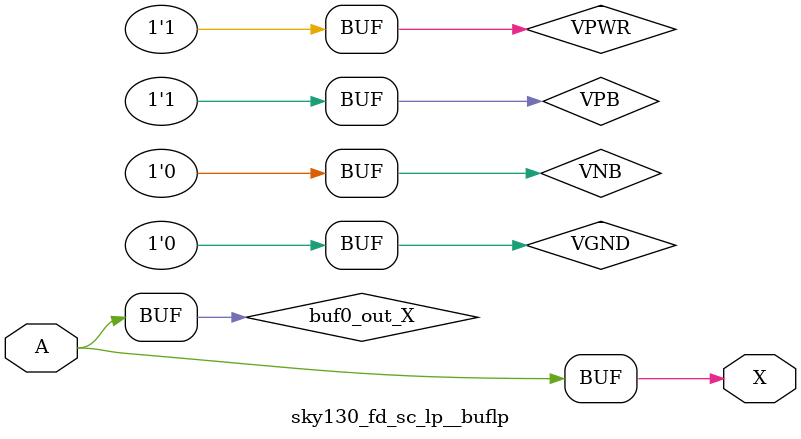
<source format=v>
/*
 * Copyright 2020 The SkyWater PDK Authors
 *
 * Licensed under the Apache License, Version 2.0 (the "License");
 * you may not use this file except in compliance with the License.
 * You may obtain a copy of the License at
 *
 *     https://www.apache.org/licenses/LICENSE-2.0
 *
 * Unless required by applicable law or agreed to in writing, software
 * distributed under the License is distributed on an "AS IS" BASIS,
 * WITHOUT WARRANTIES OR CONDITIONS OF ANY KIND, either express or implied.
 * See the License for the specific language governing permissions and
 * limitations under the License.
 *
 * SPDX-License-Identifier: Apache-2.0
*/


`ifndef SKY130_FD_SC_LP__BUFLP_TIMING_V
`define SKY130_FD_SC_LP__BUFLP_TIMING_V

/**
 * buflp: Buffer, Low Power.
 *
 * Verilog simulation timing model.
 */

`timescale 1ns / 1ps
`default_nettype none

`celldefine
module sky130_fd_sc_lp__buflp (
    X,
    A
);

    // Module ports
    output X;
    input  A;

    // Module supplies
    supply1 VPWR;
    supply0 VGND;
    supply1 VPB ;
    supply0 VNB ;

    // Local signals
    wire buf0_out_X;

    //  Name  Output      Other arguments
    buf buf0 (buf0_out_X, A              );
    buf buf1 (X         , buf0_out_X     );

endmodule
`endcelldefine

`default_nettype wire
`endif  // SKY130_FD_SC_LP__BUFLP_TIMING_V

</source>
